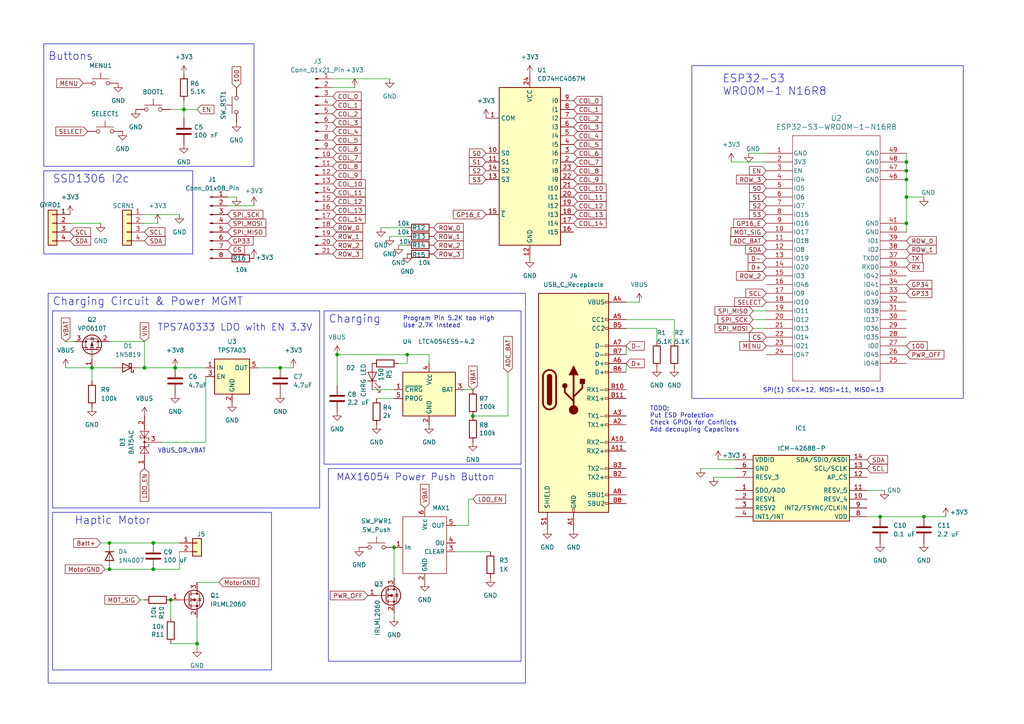
<source format=kicad_sch>
(kicad_sch (version 20250114) (generator "eeschema") (generator_version "9.0")
  (paper "A4")
  (rectangle (start 13.97 85.09) (end 152.4 198.12))
  (rectangle (start 93.98 90.17) (end 151.13 134.62))
  (rectangle (start 200.66 19.05) (end 279.4 115.57))
  (rectangle (start 95.25 135.89) (end 151.13 191.77))
  (rectangle (start 12.7 49.53) (end 55.88 73.66))
  (rectangle (start 15.24 148.59) (end 78.74 194.31))
  (rectangle (start 15.24 90.17) (end 92.71 147.32))
  (rectangle (start 12.7 12.7) (end 73.66 48.26))
  (text "Charging Circuit & Power MGMT" (at 15.24 88.9 0) (effects (font (size 2.27 2.27)) (justify left bottom)))
  (text "Haptic Motor" (at 21.59 152.4 0) (effects (font (size 2.27 2.27)) (justify left bottom)))
  (text "Buttons" (at 13.97 17.78 0) (effects (font (size 2.27 2.27)) (justify left bottom)))
  (text "ESP32-S3\nWROOM-1 N16R8" (at 209.55 27.94 0) (effects (font (size 2.27 2.27)) (justify left bottom)))
  (text "TODO:\nPut ESD Protection\nCheck GPIOs for Conflicts\nAdd decoupling Capacitors" (at 188.468 125.476 0) (effects (font (size 1.27 1.27)) (justify left bottom)))
  (text "TPS7A0333 LDO with EN 3.3V" (at 90.678 96.266 0) (effects (font (size 2 2)) (justify right bottom)))
  (text "SPI(1) SCK=12, MOSI=11, MISO=13" (at 221.234 114.046 0) (effects (font (size 1.27 1.27)) (justify left bottom)))
  (text "SSD1306 I2c" (at 15.24 53.34 0) (effects (font (size 2.27 2.27)) (justify left bottom)))
  (text "Program Pin 5.2K too High\nUse 2.7K Instead\n" (at 116.84 95.25 0) (effects (font (size 1.27 1.27)) (justify left bottom)))
  (text "MAX16054 Power Push Button" (at 143.51 139.7 0) (effects (font (size 2 2)) (justify right bottom)))
  (text "VBUS_OR_VBAT" (at 45.72 131.572 0) (effects (font (size 1.27 1.27)) (justify left bottom)))
  (text "Charging\n" (at 95.25 93.98 0) (effects (font (size 2.27 2.27)) (justify left bottom)))
  (junction (at 262.89 52.07))
  (junction (at 262.89 49.53))
  (junction (at 262.89 57.15))
  (junction (at 97.79 102.87))
  (junction (at 31.75 165.1))
  (junction (at 262.89 64.77))
  (junction (at 50.8 106.68))
  (junction (at 114.3 158.75))
  (junction (at 137.16 120.65))
  (junction (at 118.11 102.87))
  (junction (at 49.53 173.99))
  (junction (at 262.89 46.99))
  (junction (at 53.34 31.75))
  (junction (at 44.45 157.48))
  (junction (at 26.67 106.68))
  (junction (at 44.45 165.1))
  (junction (at 267.97 149.86))
  (junction (at 31.75 157.48))
  (junction (at 255.27 149.86))
  (junction (at 81.28 106.68))
  (junction (at 57.15 186.69))
  (junction (at 41.91 106.68))
  (wire (pts (xy 26.67 106.68) (xy 26.67 110.49)))
  (wire (pts (xy 40.64 106.68) (xy 41.91 106.68)))
  (wire (pts (xy 41.91 106.68) (xy 50.8 106.68)))
  (wire (pts (xy 262.89 64.77) (xy 262.89 67.31)))
  (wire (pts (xy 57.15 186.69) (xy 57.15 179.07)))
  (wire (pts (xy 218.44 90.17) (xy 222.25 90.17)))
  (wire (pts (xy 73.66 59.69) (xy 66.04 59.69)))
  (wire (pts (xy 262.89 57.15) (xy 262.89 64.77)))
  (wire (pts (xy 52.07 165.1) (xy 44.45 165.1)))
  (wire (pts (xy 118.11 105.41) (xy 118.11 102.87)))
  (wire (pts (xy 208.28 133.35) (xy 213.36 133.35)))
  (wire (pts (xy 19.05 106.68) (xy 26.67 106.68)))
  (wire (pts (xy 53.34 31.75) (xy 53.34 34.29)))
  (wire (pts (xy 262.89 44.45) (xy 262.89 46.99)))
  (wire (pts (xy 118.11 102.87) (xy 124.46 102.87)))
  (wire (pts (xy 46.99 128.27) (xy 59.69 128.27)))
  (wire (pts (xy 147.32 107.95) (xy 147.32 120.65)))
  (wire (pts (xy 49.53 186.69) (xy 57.15 186.69)))
  (wire (pts (xy 124.46 102.87) (xy 124.46 105.41)))
  (wire (pts (xy 135.89 152.4) (xy 132.08 152.4)))
  (wire (pts (xy 262.89 46.99) (xy 262.89 49.53)))
  (wire (pts (xy 114.3 158.75) (xy 114.3 167.64)))
  (wire (pts (xy 267.97 149.86) (xy 255.27 149.86)))
  (wire (pts (xy 207.01 138.43) (xy 213.36 138.43)))
  (wire (pts (xy 45.72 64.77) (xy 41.91 64.77)))
  (wire (pts (xy 190.5 95.25) (xy 190.5 99.06)))
  (wire (pts (xy 256.54 142.24) (xy 251.46 142.24)))
  (wire (pts (xy 97.79 111.76) (xy 97.79 102.87)))
  (wire (pts (xy 181.61 105.41) (xy 181.61 107.95)))
  (wire (pts (xy 109.22 115.57) (xy 114.3 115.57)))
  (wire (pts (xy 217.17 44.45) (xy 222.25 44.45)))
  (wire (pts (xy 218.44 95.25) (xy 222.25 95.25)))
  (wire (pts (xy 59.69 128.27) (xy 59.69 109.22)))
  (wire (pts (xy 49.53 179.07) (xy 49.53 173.99)))
  (wire (pts (xy 218.44 92.71) (xy 222.25 92.71)))
  (wire (pts (xy 113.03 22.86) (xy 96.52 22.86)))
  (wire (pts (xy 50.8 106.68) (xy 59.69 106.68)))
  (wire (pts (xy 203.2 135.89) (xy 213.36 135.89)))
  (wire (pts (xy 212.09 46.99) (xy 222.25 46.99)))
  (wire (pts (xy 115.57 71.12) (xy 118.11 71.12)))
  (wire (pts (xy 53.34 29.21) (xy 53.34 31.75)))
  (wire (pts (xy 19.05 99.06) (xy 21.59 99.06)))
  (wire (pts (xy 137.16 120.65) (xy 147.32 120.65)))
  (wire (pts (xy 41.91 99.06) (xy 41.91 106.68)))
  (wire (pts (xy 53.34 31.75) (xy 57.15 31.75)))
  (wire (pts (xy 49.53 31.75) (xy 53.34 31.75)))
  (wire (pts (xy 31.75 99.06) (xy 41.91 99.06)))
  (wire (pts (xy 68.58 57.15) (xy 66.04 57.15)))
  (wire (pts (xy 181.61 100.33) (xy 181.61 102.87)))
  (wire (pts (xy 41.91 173.99) (xy 40.64 173.99)))
  (wire (pts (xy 85.09 106.68) (xy 81.28 106.68)))
  (wire (pts (xy 135.89 144.78) (xy 135.89 152.4)))
  (wire (pts (xy 115.57 105.41) (xy 118.11 105.41)))
  (wire (pts (xy 31.75 157.48) (xy 44.45 157.48)))
  (wire (pts (xy 44.45 165.1) (xy 31.75 165.1)))
  (wire (pts (xy 110.49 66.04) (xy 118.11 66.04)))
  (wire (pts (xy 107.95 113.03) (xy 114.3 113.03)))
  (wire (pts (xy 255.27 149.86) (xy 251.46 149.86)))
  (wire (pts (xy 44.45 157.48) (xy 52.07 157.48)))
  (wire (pts (xy 31.75 165.1) (xy 30.48 165.1)))
  (wire (pts (xy 29.21 157.48) (xy 31.75 157.48)))
  (wire (pts (xy 113.03 68.58) (xy 118.11 68.58)))
  (wire (pts (xy 262.89 49.53) (xy 262.89 52.07)))
  (wire (pts (xy 29.21 64.77) (xy 20.32 64.77)))
  (wire (pts (xy 102.87 25.4) (xy 96.52 25.4)))
  (wire (pts (xy 267.97 57.15) (xy 262.89 57.15)))
  (wire (pts (xy 81.28 106.68) (xy 74.93 106.68)))
  (wire (pts (xy 274.32 149.86) (xy 267.97 149.86)))
  (wire (pts (xy 137.16 144.78) (xy 135.89 144.78)))
  (wire (pts (xy 132.08 160.02) (xy 142.24 160.02)))
  (wire (pts (xy 114.3 177.8) (xy 114.3 179.07)))
  (wire (pts (xy 262.89 52.07) (xy 262.89 57.15)))
  (wire (pts (xy 57.15 187.96) (xy 57.15 186.69)))
  (wire (pts (xy 181.61 95.25) (xy 190.5 95.25)))
  (wire (pts (xy 52.07 62.23) (xy 41.91 62.23)))
  (wire (pts (xy 195.58 92.71) (xy 195.58 99.06)))
  (wire (pts (xy 26.67 106.68) (xy 33.02 106.68)))
  (wire (pts (xy 185.42 87.63) (xy 181.61 87.63)))
  (wire (pts (xy 52.07 160.02) (xy 52.07 165.1)))
  (wire (pts (xy 63.5 168.91) (xy 57.15 168.91)))
  (wire (pts (xy 97.79 102.87) (xy 118.11 102.87)))
  (wire (pts (xy 134.62 113.03) (xy 137.16 113.03)))
  (wire (pts (xy 181.61 92.71) (xy 195.58 92.71)))
  (global_label "ROW_1" (shape input) (at 125.73 68.58 0) (property "Intersheetrefs" "${INTERSHEET_REFS}" (effects (hide yes))))
  (global_label "ROW_0" (shape input) (at 96.52 66.04 0) (property "Intersheetrefs" "${INTERSHEET_REFS}" (effects (hide yes))))
  (global_label "ADC_BAT" (shape input) (at 222.25 69.85 180) (property "Intersheetrefs" "${INTERSHEET_REFS}" (effects (hide yes))))
  (global_label "COL_12" (shape input) (at 166.37 59.69 0) (property "Intersheetrefs" "${INTERSHEET_REFS}" (effects (hide yes))))
  (global_label "ROW_1" (shape input) (at 96.52 68.58 0) (property "Intersheetrefs" "${INTERSHEET_REFS}" (effects (hide yes))))
  (global_label "PWR_OFF" (shape input) (at 106.68 172.72 180) (property "Intersheetrefs" "${INTERSHEET_REFS}" (effects (hide yes))))
  (global_label "Batt+" (shape input) (at 29.21 157.48 180) (property "Intersheetrefs" "${INTERSHEET_REFS}" (effects (hide yes))))
  (global_label "D-" (shape input) (at 222.25 74.93 180) (property "Intersheetrefs" "${INTERSHEET_REFS}" (effects (hide yes))))
  (global_label "COL_10" (shape input) (at 166.37 54.61 0) (property "Intersheetrefs" "${INTERSHEET_REFS}" (effects (hide yes))))
  (global_label "COL_7" (shape input) (at 166.37 46.99 0) (property "Intersheetrefs" "${INTERSHEET_REFS}" (effects (hide yes))))
  (global_label "100" (shape input) (at 68.58 25.4 90) (property "Intersheetrefs" "${INTERSHEET_REFS}" (effects (hide yes))))
  (global_label "COL_4" (shape input) (at 96.52 38.1 0) (property "Intersheetrefs" "${INTERSHEET_REFS}" (effects (hide yes))))
  (global_label "D+" (shape input) (at 181.61 105.41 0) (property "Intersheetrefs" "${INTERSHEET_REFS}" (effects (hide yes))))
  (global_label "MotorGND" (shape input) (at 63.5 168.91 0) (property "Intersheetrefs" "${INTERSHEET_REFS}" (effects (hide yes))))
  (global_label "S0" (shape input) (at 222.25 54.61 180) (property "Intersheetrefs" "${INTERSHEET_REFS}" (effects (hide yes))))
  (global_label "S0" (shape input) (at 140.97 44.45 180) (property "Intersheetrefs" "${INTERSHEET_REFS}" (effects (hide yes))))
  (global_label "COL_5" (shape input) (at 96.52 40.64 0) (property "Intersheetrefs" "${INTERSHEET_REFS}" (effects (hide yes))))
  (global_label "GP34" (shape input) (at 262.89 82.55 0) (property "Intersheetrefs" "${INTERSHEET_REFS}" (effects (hide yes))))
  (global_label "D+" (shape input) (at 222.25 77.47 180) (property "Intersheetrefs" "${INTERSHEET_REFS}" (effects (hide yes))))
  (global_label "D-" (shape input) (at 181.61 100.33 0) (property "Intersheetrefs" "${INTERSHEET_REFS}" (effects (hide yes))))
  (global_label "SPI_MOSI" (shape input) (at 218.44 95.25 180) (property "Intersheetrefs" "${INTERSHEET_REFS}" (effects (hide yes))))
  (global_label "ROW_2" (shape input) (at 125.73 71.12 0) (property "Intersheetrefs" "${INTERSHEET_REFS}" (effects (hide yes))))
  (global_label "ROW_3" (shape input) (at 222.25 52.07 180) (property "Intersheetrefs" "${INTERSHEET_REFS}" (effects (hide yes))))
  (global_label "COL_0" (shape input) (at 96.52 27.94 0) (property "Intersheetrefs" "${INTERSHEET_REFS}" (effects (hide yes))))
  (global_label "TX" (shape input) (at 262.89 74.93 0) (property "Intersheetrefs" "${INTERSHEET_REFS}" (effects (hide yes))))
  (global_label "MOT_SIG" (shape input) (at 222.25 67.31 180) (property "Intersheetrefs" "${INTERSHEET_REFS}" (effects (hide yes))))
  (global_label "SDA" (shape input) (at 41.91 69.85 0) (property "Intersheetrefs" "${INTERSHEET_REFS}" (effects (hide yes))))
  (global_label "COL_2" (shape input) (at 96.52 33.02 0) (property "Intersheetrefs" "${INTERSHEET_REFS}" (effects (hide yes))))
  (global_label "PWR_OFF" (shape input) (at 262.89 102.87 0) (property "Intersheetrefs" "${INTERSHEET_REFS}" (effects (hide yes))))
  (global_label "COL_0" (shape input) (at 166.37 29.21 0) (property "Intersheetrefs" "${INTERSHEET_REFS}" (effects (hide yes))))
  (global_label "SPI_MOSI" (shape input) (at 66.04 64.77 0) (property "Intersheetrefs" "${INTERSHEET_REFS}" (effects (hide yes))))
  (global_label "COL_13" (shape input) (at 96.52 60.96 0) (property "Intersheetrefs" "${INTERSHEET_REFS}" (effects (hide yes))))
  (global_label "SPI_SCK" (shape input) (at 66.04 62.23 0) (property "Intersheetrefs" "${INTERSHEET_REFS}" (effects (hide yes))))
  (global_label "COL_8" (shape input) (at 96.52 48.26 0) (property "Intersheetrefs" "${INTERSHEET_REFS}" (effects (hide yes))))
  (global_label "RX" (shape input) (at 262.89 77.47 0) (property "Intersheetrefs" "${INTERSHEET_REFS}" (effects (hide yes))))
  (global_label "COL_11" (shape input) (at 96.52 55.88 0) (property "Intersheetrefs" "${INTERSHEET_REFS}" (effects (hide yes))))
  (global_label "COL_6" (shape input) (at 166.37 44.45 0) (property "Intersheetrefs" "${INTERSHEET_REFS}" (effects (hide yes))))
  (global_label "SELECT" (shape input) (at 222.25 87.63 180) (property "Intersheetrefs" "${INTERSHEET_REFS}" (effects (hide yes))))
  (global_label "COL_9" (shape input) (at 96.52 50.8 0) (property "Intersheetrefs" "${INTERSHEET_REFS}" (effects (hide yes))))
  (global_label "COL_5" (shape input) (at 166.37 41.91 0) (property "Intersheetrefs" "${INTERSHEET_REFS}" (effects (hide yes))))
  (global_label "COL_10" (shape input) (at 96.52 53.34 0) (property "Intersheetrefs" "${INTERSHEET_REFS}" (effects (hide yes))))
  (global_label "SCL" (shape input) (at 251.46 135.89 0) (property "Intersheetrefs" "${INTERSHEET_REFS}" (effects (hide yes))))
  (global_label "ROW_2" (shape input) (at 222.25 80.01 180) (property "Intersheetrefs" "${INTERSHEET_REFS}" (effects (hide yes))))
  (global_label "VIN" (shape input) (at 41.91 99.06 90) (property "Intersheetrefs" "${INTERSHEET_REFS}" (effects (hide yes))))
  (global_label "SCL" (shape input) (at 222.25 85.09 180) (property "Intersheetrefs" "${INTERSHEET_REFS}" (effects (hide yes))))
  (global_label "MotorGND" (shape input) (at 30.48 165.1 180) (property "Intersheetrefs" "${INTERSHEET_REFS}" (effects (hide yes))))
  (global_label "SPI_MISO" (shape input) (at 218.44 90.17 180) (property "Intersheetrefs" "${INTERSHEET_REFS}" (effects (hide yes))))
  (global_label "VBAT" (shape input) (at 123.19 147.32 90) (property "Intersheetrefs" "${INTERSHEET_REFS}" (effects (hide yes))))
  (global_label "COL_2" (shape input) (at 166.37 34.29 0) (property "Intersheetrefs" "${INTERSHEET_REFS}" (effects (hide yes))))
  (global_label "ROW_3" (shape input) (at 96.52 73.66 0) (property "Intersheetrefs" "${INTERSHEET_REFS}" (effects (hide yes))))
  (global_label "MENU" (shape input) (at 222.25 100.33 180) (property "Intersheetrefs" "${INTERSHEET_REFS}" (effects (hide yes))))
  (global_label "S1" (shape input) (at 222.25 57.15 180) (property "Intersheetrefs" "${INTERSHEET_REFS}" (effects (hide yes))))
  (global_label "100" (shape input) (at 262.89 100.33 0) (property "Intersheetrefs" "${INTERSHEET_REFS}" (effects (hide yes))))
  (global_label "COL_1" (shape input) (at 96.52 30.48 0) (property "Intersheetrefs" "${INTERSHEET_REFS}" (effects (hide yes))))
  (global_label "SDA" (shape input) (at 251.46 133.35 0) (property "Intersheetrefs" "${INTERSHEET_REFS}" (effects (hide yes))))
  (global_label "CS" (shape input) (at 222.25 97.79 180) (property "Intersheetrefs" "${INTERSHEET_REFS}" (effects (hide yes))))
  (global_label "GP16_E" (shape input) (at 222.25 64.77 180) (property "Intersheetrefs" "${INTERSHEET_REFS}" (effects (hide yes))))
  (global_label "EN" (shape input) (at 222.25 49.53 180) (property "Intersheetrefs" "${INTERSHEET_REFS}" (effects (hide yes))))
  (global_label "ROW_1" (shape input) (at 262.89 72.39 0) (property "Intersheetrefs" "${INTERSHEET_REFS}" (effects (hide yes))))
  (global_label "S3" (shape input) (at 222.25 62.23 180) (property "Intersheetrefs" "${INTERSHEET_REFS}" (effects (hide yes))))
  (global_label "COL_7" (shape input) (at 96.52 45.72 0) (property "Intersheetrefs" "${INTERSHEET_REFS}" (effects (hide yes))))
  (global_label "MENU" (shape input) (at 24.13 24.13 180) (property "Intersheetrefs" "${INTERSHEET_REFS}" (effects (hide yes))))
  (global_label "COL_1" (shape input) (at 166.37 31.75 0) (property "Intersheetrefs" "${INTERSHEET_REFS}" (effects (hide yes))))
  (global_label "SPI_SCK" (shape input) (at 218.44 92.71 180) (property "Intersheetrefs" "${INTERSHEET_REFS}" (effects (hide yes))))
  (global_label "SELECT" (shape input) (at 25.4 38.1 180) (property "Intersheetrefs" "${INTERSHEET_REFS}" (effects (hide yes))))
  (global_label "COL_12" (shape input) (at 96.52 58.42 0) (property "Intersheetrefs" "${INTERSHEET_REFS}" (effects (hide yes))))
  (global_label "COL_9" (shape input) (at 166.37 52.07 0) (property "Intersheetrefs" "${INTERSHEET_REFS}" (effects (hide yes))))
  (global_label "GP16_E" (shape input) (at 140.97 62.23 180) (property "Intersheetrefs" "${INTERSHEET_REFS}" (effects (hide yes))))
  (global_label "COL_14" (shape input) (at 96.52 63.5 0) (property "Intersheetrefs" "${INTERSHEET_REFS}" (effects (hide yes))))
  (global_label "COL_3" (shape input) (at 166.37 36.83 0) (property "Intersheetrefs" "${INTERSHEET_REFS}" (effects (hide yes))))
  (global_label "ADC_BAT" (shape input) (at 147.32 107.95 90) (property "Intersheetrefs" "${INTERSHEET_REFS}" (effects (hide yes))))
  (global_label "GP33" (shape input) (at 66.04 69.85 0) (property "Intersheetrefs" "${INTERSHEET_REFS}" (effects (hide yes))))
  (global_label "COL_11" (shape input) (at 166.37 57.15 0) (property "Intersheetrefs" "${INTERSHEET_REFS}" (effects (hide yes))))
  (global_label "SPI_MISO" (shape input) (at 66.04 67.31 0) (property "Intersheetrefs" "${INTERSHEET_REFS}" (effects (hide yes))))
  (global_label "ROW_3" (shape input) (at 125.73 73.66 0) (property "Intersheetrefs" "${INTERSHEET_REFS}" (effects (hide yes))))
  (global_label "LDO_EN" (shape input) (at 41.91 135.89 270) (property "Intersheetrefs" "${INTERSHEET_REFS}" (effects (hide yes))))
  (global_label "ROW_0" (shape input) (at 125.73 66.04 0) (property "Intersheetrefs" "${INTERSHEET_REFS}" (effects (hide yes))))
  (global_label "COL_4" (shape input) (at 166.37 39.37 0) (property "Intersheetrefs" "${INTERSHEET_REFS}" (effects (hide yes))))
  (global_label "VBAT" (shape input) (at 19.05 99.06 90) (property "Intersheetrefs" "${INTERSHEET_REFS}" (effects (hide yes))))
  (global_label "LDO_EN" (shape input) (at 137.16 144.78 0) (property "Intersheetrefs" "${INTERSHEET_REFS}" (effects (hide yes))))
  (global_label "SCL" (shape input) (at 41.91 67.31 0) (property "Intersheetrefs" "${INTERSHEET_REFS}" (effects (hide yes))))
  (global_label "SCL" (shape input) (at 20.32 67.31 0) (property "Intersheetrefs" "${INTERSHEET_REFS}" (effects (hide yes))))
  (global_label "EN" (shape input) (at 57.15 31.75 0) (property "Intersheetrefs" "${INTERSHEET_REFS}" (effects (hide yes))))
  (global_label "S1" (shape input) (at 140.97 46.99 180) (property "Intersheetrefs" "${INTERSHEET_REFS}" (effects (hide yes))))
  (global_label "SDA" (shape input) (at 222.25 72.39 180) (property "Intersheetrefs" "${INTERSHEET_REFS}" (effects (hide yes))))
  (global_label "CS" (shape input) (at 66.04 72.39 0) (property "Intersheetrefs" "${INTERSHEET_REFS}" (effects (hide yes))))
  (global_label "COL_6" (shape input) (at 96.52 43.18 0) (property "Intersheetrefs" "${INTERSHEET_REFS}" (effects (hide yes))))
  (global_label "GP33" (shape input) (at 262.89 85.09 0) (property "Intersheetrefs" "${INTERSHEET_REFS}" (effects (hide yes))))
  (global_label "S3" (shape input) (at 140.97 52.07 180) (property "Intersheetrefs" "${INTERSHEET_REFS}" (effects (hide yes))))
  (global_label "COL_13" (shape input) (at 166.37 62.23 0) (property "Intersheetrefs" "${INTERSHEET_REFS}" (effects (hide yes))))
  (global_label "S2" (shape input) (at 140.97 49.53 180) (property "Intersheetrefs" "${INTERSHEET_REFS}" (effects (hide yes))))
  (global_label "COL_14" (shape input) (at 166.37 64.77 0) (property "Intersheetrefs" "${INTERSHEET_REFS}" (effects (hide yes))))
  (global_label "MOT_SIG" (shape input) (at 40.64 173.99 180) (property "Intersheetrefs" "${INTERSHEET_REFS}" (effects (hide yes))))
  (global_label "ROW_2" (shape input) (at 96.52 71.12 0) (property "Intersheetrefs" "${INTERSHEET_REFS}" (effects (hide yes))))
  (global_label "VBAT" (shape input) (at 137.16 113.03 90) (property "Intersheetrefs" "${INTERSHEET_REFS}" (effects (hide yes))))
  (global_label "S2" (shape input) (at 222.25 59.69 180) (property "Intersheetrefs" "${INTERSHEET_REFS}" (effects (hide yes))))
  (global_label "COL_8" (shape input) (at 166.37 49.53 0) (property "Intersheetrefs" "${INTERSHEET_REFS}" (effects (hide yes))))
  (global_label "COL_3" (shape input) (at 96.52 35.56 0) (property "Intersheetrefs" "${INTERSHEET_REFS}" (effects (hide yes))))
  (global_label "SDA" (shape input) (at 20.32 69.85 0) (property "Intersheetrefs" "${INTERSHEET_REFS}" (effects (hide yes))))
  (global_label "ROW_0" (shape input) (at 262.89 69.85 0) (property "Intersheetrefs" "${INTERSHEET_REFS}" (effects (hide yes))))
  (symbol (lib_id "Switch:SW_Push") (at 68.58 30.48 90) (unit 1)
    (property "Reference" "SW_RST1" (at 64.77 30.48 0))
    (property "Value" "SW_Push" (effects (hide yes)))
    (property "Footprint" "OpenMuscleDevKit:EVQP2P02M" (effects (hide yes)))
  )
  (symbol (lib_id "Switch:SW_Push") (at 44.45 31.75 0) (unit 1)
    (property "Reference" "BOOT1" (at 44.45 26.67 0))
    (property "Value" "SW_Push" (effects (hide yes)))
    (property "Footprint" "OpenMuscleDevKit:EVQP2P02M" (effects (hide yes)))
  )
  (symbol (lib_id "power:GND") (at 97.79 119.38 0) (unit 1)
    (property "Reference" "#PWR034" (effects (hide yes)))
    (property "Value" "GND" (at 97.79 124.46 0))
  )
  (symbol (lib_id "Device:R") (at 121.92 66.04 90) (unit 1)
    (property "Reference" "R12" (at 123.444 66.04 90) (effects (justify left)))
    (property "Value" "10k" (at 118.872 64.77 90) (effects (justify left)))
    (property "Footprint" "Resistor_SMD:R_0603_1608Metric" (effects (hide yes)))
    (property "JLCPN" "C25905" (effects (hide yes)))
  )
  (symbol (lib_id "Device:C") (at 255.27 153.67 0) (unit 1)
    (property "Reference" "C10" (at 259.08 152.3999 0) (effects (justify left)))
    (property "Value" "0.1 uF" (at 259.08 154.9399 0) (effects (justify left)))
    (property "Footprint" "Capacitor_SMD:C_0603_1608Metric" (effects (hide yes)))
  )
  (symbol (lib_id "power:+3V3") (at 20.32 62.23 0) (unit 1)
    (property "Reference" "#PWR025" (effects (hide yes)))
    (property "Value" "+3V3" (at 20.32 57.15 0))
  )
  (symbol (lib_id "Connector:Conn_01x08_Pin") (at 60.96 64.77 0) (unit 1)
    (property "Reference" "J1" (at 61.595 52.07 0))
    (property "Value" "Conn_01x08_Pin" (at 61.595 54.61 0))
    (property "Footprint" "Connector_PinHeader_2.54mm:PinHeader_1x08_P2.54mm_Vertical" (effects (hide yes)))
    (property "Description" "Generic connector, single row, 01x08, script generated" (effects (hide yes)))
  )
  (symbol (lib_id "Device:R") (at 121.92 68.58 90) (unit 1)
    (property "Reference" "R13" (at 123.444 68.58 90) (effects (justify left)))
    (property "Value" "10k" (at 118.872 67.31 90) (effects (justify left)))
    (property "Footprint" "Resistor_SMD:R_0603_1608Metric" (effects (hide yes)))
    (property "JLCPN" "C25905" (effects (hide yes)))
  )
  (symbol (lib_id "ChargingStuffsLib:MAX16054") (at 123.19 152.4 0) (unit 1)
    (property "Reference" "MAX1" (at 125.3841 147.32 0) (effects (justify left)))
    (property "Value" "~" (at 123.19 152.4 0))
    (property "Footprint" "Package_TO_SOT_SMD:SOT-23-6" (effects (hide yes)))
  )
  (symbol (lib_id "Device:R") (at 137.16 116.84 0) (unit 1)
    (property "Reference" "R7" (at 138.938 115.6716 0) (effects (justify left)))
    (property "Value" "100k" (at 138.938 117.983 0) (effects (justify left)))
    (property "Footprint" "Resistor_SMD:R_0603_1608Metric" (effects (hide yes)))
    (property "JLCPN" "C25905" (effects (hide yes)))
  )
  (symbol (lib_id "power:+3V8") (at 50.8 106.68 0) (unit 1)
    (property "Reference" "#PWR023" (effects (hide yes)))
    (property "Value" "+3V8" (at 50.8 101.6 0))
  )
  (symbol (lib_id "power:GND") (at 158.75 153.67 0) (unit 1)
    (property "Reference" "#PWR019" (effects (hide yes)))
    (property "Value" "GND" (at 158.75 158.75 0))
  )
  (symbol (lib_id "power:+3V3") (at 73.66 59.69 0) (unit 1)
    (property "Reference" "#PWR067" (effects (hide yes)))
    (property "Value" "+3V3" (at 73.66 55.372 0))
  )
  (symbol (lib_id "Device:R") (at 121.92 73.66 90) (unit 1)
    (property "Reference" "R15" (at 123.444 73.914 90) (effects (justify left)))
    (property "Value" "10k" (at 124.968 76.2 90) (effects (justify left)))
    (property "Footprint" "Resistor_SMD:R_0603_1608Metric" (effects (hide yes)))
    (property "JLCPN" "C25905" (effects (hide yes)))
  )
  (symbol (lib_id "Device:C") (at 81.28 110.49 0) (unit 1)
    (property "Reference" "C7" (at 85.09 109.22 0) (effects (justify left)))
    (property "Value" "4.7uF" (at 85.09 111.76 0) (effects (justify left)))
    (property "Footprint" "Capacitor_SMD:C_0805_2012Metric" (effects (hide yes)))
  )
  (symbol (lib_id "Device:R") (at 137.16 124.46 0) (unit 1)
    (property "Reference" "R8" (at 138.938 123.2916 0) (effects (justify left)))
    (property "Value" "100k" (at 138.938 125.603 0) (effects (justify left)))
    (property "Footprint" "Resistor_SMD:R_0603_1608Metric" (effects (hide yes)))
    (property "JLCPN" "C25905" (effects (hide yes)))
  )
  (symbol (lib_id "power:GND") (at 57.15 187.96 0) (unit 1)
    (property "Reference" "#PWR057" (effects (hide yes)))
    (property "Value" "GND" (at 57.15 193.04 0))
  )
  (symbol (lib_id "power:GND") (at 104.14 158.75 0) (unit 1)
    (property "Reference" "#PWR022" (effects (hide yes)))
    (property "Value" "GND" (at 104.14 163.83 0))
  )
  (symbol (lib_id "power:GND") (at 195.58 106.68 0) (unit 1)
    (property "Reference" "#PWR047" (effects (hide yes)))
    (property "Value" "GND" (at 195.58 111.76 0))
  )
  (symbol (lib_id "Device:R") (at 190.5 102.87 0) (unit 1)
    (property "Reference" "R1" (at 190.5 96.52 0) (effects (justify left)))
    (property "Value" "5.1K" (at 190.5 99.06 0) (effects (justify left)))
    (property "Footprint" "Resistor_SMD:R_0603_1608Metric" (effects (hide yes)))
    (property "JLCPN" "C25905" (effects (hide yes)))
  )
  (symbol (lib_id "power:VBUS") (at 41.91 120.65 0) (unit 1)
    (property "Reference" "#PWR056" (effects (hide yes)))
    (property "Value" "VBUS" (at 41.91 115.57 0))
  )
  (symbol (lib_id "Regulator_Linear:TPS7A0508PDBV") (at 67.31 109.22 0) (unit 1)
    (property "Reference" "U3" (at 67.31 99.06 0))
    (property "Value" "TPS7A03" (at 67.31 101.6 0))
    (property "Footprint" "Package_TO_SOT_SMD:SOT-23-5" (effects (hide yes)))
    (property "Datasheet" "https://www.ti.com/lit/ds/symlink/tps7a05.pdf" (effects (hide yes)))
  )
  (symbol (lib_id "Diode:1N4007") (at 31.75 161.29 270) (unit 1)
    (property "Reference" "D4" (at 34.29 160.02 90) (effects (justify left)))
    (property "Value" "1N4007" (at 34.29 162.56 90) (effects (justify left)))
    (property "Footprint" "Diode_SMD:D_SOD-123" (effects (hide yes)))
    (property "Datasheet" "http://www.vishay.com/docs/88503/1n4001.pdf" (effects (hide yes)))
    (property "Sim.Device" "D" (effects (hide yes)))
    (property "Sim.Pins" "1=K 2=A" (effects (hide yes)))
  )
  (symbol (lib_id "power:GND") (at 50.8 114.3 0) (unit 1)
    (property "Reference" "#PWR024" (effects (hide yes)))
    (property "Value" "GND" (at 50.8 119.38 0))
  )
  (symbol (lib_id "Device:C") (at 50.8 110.49 0) (unit 1)
    (property "Reference" "C6" (at 54.61 109.22 0) (effects (justify left)))
    (property "Value" "4.7uF" (at 54.61 111.76 0) (effects (justify left)))
    (property "Footprint" "Capacitor_SMD:C_0805_2012Metric" (effects (hide yes)))
  )
  (symbol (lib_id "Device:R") (at 45.72 173.99 270) (unit 1)
    (property "Reference" "R10" (at 46.8884 175.768 0) (effects (justify left)))
    (property "Value" "10k" (at 44.577 175.768 0) (effects (justify left)))
    (property "Footprint" "Resistor_SMD:R_0603_1608Metric" (effects (hide yes)))
    (property "JLCPN" "C25744" (effects (hide yes)))
  )
  (symbol (lib_id "power:+3V3") (at 53.34 21.59 0) (unit 1)
    (property "Reference" "#PWR050" (effects (hide yes)))
    (property "Value" "+3V3" (at 53.34 16.51 0))
  )
  (symbol (lib_id "power:GND") (at 34.29 24.13 0) (unit 1)
    (property "Reference" "#PWR036" (effects (hide yes)))
    (property "Value" "GND" (at 34.29 29.21 0))
  )
  (symbol (lib_id "power:+3V3") (at 140.97 34.29 0) (unit 1)
    (property "Reference" "#PWR069" (effects (hide yes)))
    (property "Value" "+3V3" (at 140.97 29.21 0))
  )
  (symbol (lib_id "power:GND") (at 255.27 157.48 0) (unit 1)
    (property "Reference" "#PWR061" (effects (hide yes)))
    (property "Value" "GND" (at 255.27 162.56 0))
  )
  (symbol (lib_id "power:GND") (at 113.03 68.58 0) (unit 1)
    (property "Reference" "#PWR08" (effects (hide yes)))
    (property "Value" "GND" (at 113.03 73.66 0))
    (property "Description" "Power symbol creates a global label with name \"GND\" , ground" (effects (hide yes)))
  )
  (symbol (lib_id "power:GND") (at 109.22 123.19 0) (unit 1)
    (property "Reference" "#PWR035" (effects (hide yes)))
    (property "Value" "GND" (at 109.22 128.27 0))
  )
  (symbol (lib_id "power:+3V3") (at 212.09 46.99 0) (unit 1)
    (property "Reference" "#PWR054" (effects (hide yes)))
    (property "Value" "+3V3" (at 212.09 41.91 0))
  )
  (symbol (lib_id "Transistor_FET:VP0610T") (at 26.67 101.6 90) (unit 1)
    (property "Reference" "Q2" (at 26.67 92.71 90))
    (property "Value" "VP0610T" (at 26.67 95.25 90))
    (property "Footprint" "Package_TO_SOT_SMD:SOT-23" (effects (hide yes)))
    (property "Datasheet" "http://www.vishay.com/docs/70209/70209.pdf" (effects (hide yes)))
  )
  (symbol (lib_id "ICM-42688-P:ICM-42688-P") (at 213.36 139.7 0) (unit 1)
    (property "Reference" "IC1" (at 230.632 124.206 0) (effects (justify left)))
    (property "Value" "ICM-42688-P" (at 239.522 130.048 0) (effects (justify right)))
    (property "Footprint" "IIM42352" (effects (hide yes)))
    (property "Datasheet" "https://3cfeqx1hf82y3xcoull08ihx-wpengine.netdna-ssl.com/wp-content/uploads/2021/06/DS-000347-ICM-42688-P-v1.5.pdf" (effects (hide yes)))
    (property "Description" "IMU 6-Axis" (effects (hide yes)))
    (property "Mouser Part Number" "410-ICM-42688-P" (effects (hide yes)))
    (property "Mouser Price/Stock" "https://www.mouser.co.uk/ProductDetail/TDK-InvenSense/ICM-42688-P?qs=OlC7AqGiEDk8QrNAV728zw%3D%3D" (effects (hide yes)))
    (property "Manufacturer_Name" "TDK" (effects (hide yes)))
    (property "Manufacturer_Part_Number" "ICM-42688-P" (effects (hide yes)))
  )
  (symbol (lib_id "Battery_Management:LTC4054ES5-4.2") (at 124.46 113.03 0) (unit 1)
    (property "Reference" "U4" (at 118.11 99.06 0))
    (property "Value" "LTC4054ES5-4.2" (at 129.54 99.06 0))
    (property "Footprint" "Package_TO_SOT_SMD:TSOT-23-5" (effects (hide yes)))
    (property "Datasheet" "https://www.analog.com/media/en/technical-documentation/data-sheets/405442xf.pdf" (effects (hide yes)))
  )
  (symbol (lib_id "power:+3V3") (at 45.72 64.77 0) (unit 1)
    (property "Reference" "#PWR043" (effects (hide yes)))
    (property "Value" "+3V3" (at 45.72 59.69 0))
  )
  (symbol (lib_id "Transistor_FET:IRLML2060") (at 111.76 172.72 0) (unit 1)
    (property "Reference" "Q3" (at 108.458 169.418 0) (effects (justify left)))
    (property "Value" "IRLML2060" (at 109.474 184.404 90) (effects (justify left)))
    (property "Footprint" "Package_TO_SOT_SMD:SOT-23" (effects (hide yes)))
    (property "Datasheet" "https://www.infineon.com/dgdl/irlml2060pbf.pdf?fileId=5546d462533600a401535664b7fb25ee" (effects (hide yes)))
  )
  (symbol (lib_id "power:GND") (at 203.2 135.89 0) (unit 1)
    (property "Reference" "#PWR059" (effects (hide yes)))
    (property "Value" "GND" (effects (hide yes)))
  )
  (symbol (lib_id "power:GND") (at 52.07 62.23 0) (unit 1)
    (property "Reference" "#PWR044" (effects (hide yes)))
    (property "Value" "GND" (at 52.07 67.31 0))
  )
  (symbol (lib_id "Device:C") (at 267.97 153.67 0) (unit 1)
    (property "Reference" "C11" (at 271.78 152.3999 0) (effects (justify left)))
    (property "Value" "2.2 uF" (at 271.78 154.9399 0) (effects (justify left)))
    (property "Footprint" "Capacitor_SMD:C_0603_1608Metric" (effects (hide yes)))
  )
  (symbol (lib_id "power:GND") (at 53.34 41.91 0) (unit 1)
    (property "Reference" "#PWR048" (effects (hide yes)))
    (property "Value" "GND" (at 53.34 46.99 0))
  )
  (symbol (lib_id "Connector:USB_C_Receptacle") (at 166.37 113.03 0) (unit 1)
    (property "Reference" "J4" (at 166.37 80.01 0))
    (property "Value" "USB_C_Receptacle" (at 166.37 82.55 0))
    (property "Footprint" "Connector_USB:USB_C_Receptacle_HRO_TYPE-C-31-M-12" (effects (hide yes)))
    (property "Datasheet" "https://www.usb.org/sites/default/files/documents/usb_type-c.zip" (effects (hide yes)))
  )
  (symbol (lib_id "power:GND") (at 29.21 64.77 0) (unit 1)
    (property "Reference" "#PWR026" (effects (hide yes)))
    (property "Value" "GND" (at 29.21 69.85 0))
  )
  (symbol (lib_id "Switch:SW_Push") (at 30.48 38.1 0) (unit 1)
    (property "Reference" "SELECT1" (at 30.48 33.02 0))
    (property "Value" "SW_Push" (effects (hide yes)))
    (property "Footprint" "OpenMuscleDevKit:EVQP2P02M" (effects (hide yes)))
  )
  (symbol (lib_id "power:GND") (at 267.97 157.48 0) (unit 1)
    (property "Reference" "#PWR062" (effects (hide yes)))
    (property "Value" "GND" (at 267.97 162.56 0))
  )
  (symbol (lib_id "power:+3V3") (at 274.32 149.86 0) (unit 1)
    (property "Reference" "#PWR060" (effects (hide yes)))
    (property "Value" "+3V3" (at 278.13 148.59 0))
  )
  (symbol (lib_id "power:+3V3") (at 153.67 21.59 0) (unit 1)
    (property "Reference" "#PWR068" (effects (hide yes)))
    (property "Value" "+3V3" (at 153.67 16.51 0))
  )
  (symbol (lib_id "power:GND") (at 113.03 22.86 0) (unit 1)
    (property "Reference" "#PWR04" (effects (hide yes)))
    (property "Value" "GND" (at 113.03 27.94 0))
    (property "Description" "Power symbol creates a global label with name \"GND\" , ground" (effects (hide yes)))
  )
  (symbol (lib_id "Device:R") (at 142.24 163.83 0) (unit 1)
    (property "Reference" "R3" (at 144.78 162.56 0) (effects (justify left)))
    (property "Value" "1K" (at 144.78 165.1 0) (effects (justify left)))
    (property "Footprint" "Resistor_SMD:R_0603_1608Metric" (effects (hide yes)))
  )
  (symbol (lib_id "Connector_Generic:Conn_01x02") (at 57.15 157.48 0) (unit 1)
    (property "Reference" "J5" (at 57.15 154.94 0) (effects (justify left)))
    (property "Value" "Conn_01x02" (effects (hide yes)))
    (property "Footprint" "Connector_PinHeader_2.00mm:PinHeader_1x02_P2.00mm_Vertical" (effects (hide yes)))
  )
  (symbol (lib_id "power:GND") (at 39.37 31.75 0) (unit 1)
    (property "Reference" "#PWR049" (effects (hide yes)))
    (property "Value" "GND" (at 39.37 36.83 0))
  )
  (symbol (lib_id "power:GND") (at 114.3 179.07 0) (unit 1)
    (property "Reference" "#PWR058" (effects (hide yes)))
    (property "Value" "GND" (at 114.3 184.15 0))
  )
  (symbol (lib_id "power:VBUS") (at 97.79 102.87 0) (unit 1)
    (property "Reference" "#PWR033" (effects (hide yes)))
    (property "Value" "VBUS" (at 97.79 97.79 0))
  )
  (symbol (lib_id "power:GND") (at 68.58 57.15 0) (unit 1)
    (property "Reference" "#PWR066" (effects (hide yes)))
    (property "Value" "GND" (effects (hide yes)))
  )
  (symbol (lib_id "Device:R") (at 109.22 119.38 0) (unit 1)
    (property "Reference" "R4" (at 110.998 118.2116 0) (effects (justify left)))
    (property "Value" "2k" (at 110.998 120.523 0) (effects (justify left)))
    (property "Footprint" "Resistor_SMD:R_0603_1608Metric" (effects (hide yes)))
    (property "JLCPN" "C25905" (effects (hide yes)))
  )
  (symbol (lib_id "Diode:BAT54C") (at 41.91 128.27 90) (unit 1)
    (property "Reference" "D3" (at 35.56 128.27 0))
    (property "Value" "BAT54C" (at 38.1 128.27 0))
    (property "Footprint" "Package_TO_SOT_SMD:SOT-23" (effects (hide yes)))
    (property "Datasheet" "http://www.diodes.com/_files/datasheets/ds11005.pdf" (effects (hide yes)))
    (property "Description" "dual schottky barrier diode, common cathode" (effects (hide yes)))
  )
  (symbol (lib_id "power:GND") (at 142.24 167.64 0) (unit 1)
    (property "Reference" "#PWR031" (effects (hide yes)))
    (property "Value" "GND" (at 142.24 172.72 0))
  )
  (symbol (lib_id "power:GND") (at 26.67 118.11 0) (unit 1)
    (property "Reference" "#PWR052" (effects (hide yes)))
    (property "Value" "GND" (at 26.67 123.19 0))
  )
  (symbol (lib_id "Connector:Conn_01x21_Pin") (at 91.44 48.26 0) (unit 1)
    (property "Reference" "J3" (at 92.075 17.78 0))
    (property "Value" "Conn_01x21_Pin" (at 92.075 20.32 0))
    (property "Footprint" "Connector_PinSocket_2.54mm:PinSocket_1x21_P2.54mm_Vertical" (effects (hide yes)))
    (property "Description" "Generic connector, single row, 01x21, script generated" (effects (hide yes)))
  )
  (symbol (lib_id "Device:R") (at 53.34 25.4 0) (unit 1)
    (property "Reference" "R6" (at 55.118 24.2316 0) (effects (justify left)))
    (property "Value" "5.1K" (at 55.118 26.543 0) (effects (justify left)))
    (property "Footprint" "Resistor_SMD:R_0603_1608Metric" (effects (hide yes)))
    (property "JLCPN" "C25905" (effects (hide yes)))
  )
  (symbol (lib_id "power:GND") (at 190.5 106.68 0) (unit 1)
    (property "Reference" "#PWR046" (effects (hide yes)))
    (property "Value" "GND" (at 190.5 111.76 0))
  )
  (symbol (lib_id "power:GND") (at 115.57 71.12 0) (unit 1)
    (property "Reference" "#PWR07" (effects (hide yes)))
    (property "Value" "GND" (at 115.57 76.2 0))
    (property "Description" "Power symbol creates a global label with name \"GND\" , ground" (effects (hide yes)))
  )
  (symbol (lib_id "Device:R") (at 26.67 114.3 0) (unit 1)
    (property "Reference" "R9" (at 29.21 113.03 0) (effects (justify left)))
    (property "Value" "100k" (at 29.21 115.57 0) (effects (justify left)))
    (property "Footprint" "Resistor_SMD:R_0603_1608Metric" (effects (hide yes)))
  )
  (symbol (lib_id "power:GND") (at 137.16 128.27 0) (unit 1)
    (property "Reference" "#PWR051" (effects (hide yes)))
    (property "Value" "GND" (at 137.16 133.35 0))
  )
  (symbol (lib_id "Device:C") (at 53.34 38.1 180) (unit 1)
    (property "Reference" "C5" (at 56.261 36.9316 0) (effects (justify right)))
    (property "Value" "100 nF" (at 56.261 39.243 0) (effects (justify right)))
    (property "Footprint" "Capacitor_SMD:C_0402_1005Metric" (effects (hide yes)))
    (property "JLCPN" "C1525" (effects (hide yes)))
  )
  (symbol (lib_id "Switch:SW_Push") (at 109.22 158.75 0) (unit 1)
    (property "Reference" "SW_PWR1" (at 109.22 151.13 0))
    (property "Value" "SW_Push" (at 109.22 153.67 0))
    (property "Footprint" "OpenMuscleDevKit:EVQP2P02M" (effects (hide yes)))
  )
  (symbol (lib_id "Device:R") (at 121.92 71.12 90) (unit 1)
    (property "Reference" "R14" (at 123.444 71.12 90) (effects (justify left)))
    (property "Value" "10k" (at 119.38 70.104 90) (effects (justify left)))
    (property "Footprint" "Resistor_SMD:R_0603_1608Metric" (effects (hide yes)))
    (property "JLCPN" "C25905" (effects (hide yes)))
  )
  (symbol (lib_id "Device:R") (at 49.53 182.88 180) (unit 1)
    (property "Reference" "R11" (at 47.752 184.0484 0) (effects (justify left)))
    (property "Value" "10k" (at 47.752 181.737 0) (effects (justify left)))
    (property "Footprint" "Resistor_SMD:R_0603_1608Metric" (effects (hide yes)))
    (property "JLCPN" "C25744" (effects (hide yes)))
  )
  (symbol (lib_id "power:VBUS") (at 185.42 87.63 0) (unit 1)
    (property "Reference" "#PWR017" (effects (hide yes)))
    (property "Value" "VBUS" (at 185.42 82.55 0))
  )
  (symbol (lib_id "Connector_Generic:Conn_01x04") (at 36.83 64.77 0) (mirror y) (unit 1)
    (property "Reference" "SCRN1" (at 39.116 59.69 0) (effects (justify left)))
    (property "Value" "Conn_01x04" (effects (hide yes)))
    (property "Footprint" "Connector_PinHeader_2.54mm:PinHeader_1x04_P2.54mm_Vertical" (effects (hide yes)))
  )
  (symbol (lib_id "Diode:1N5819") (at 36.83 106.68 180) (unit 1)
    (property "Reference" "D1" (at 37.1475 100.33 0))
    (property "Value" "1N5819" (at 37.1475 102.87 0))
    (property "Footprint" "Diode_SMD:D_SOD-123F" (effects (hide yes)))
    (property "Datasheet" "http://www.vishay.com/docs/88525/1n5817.pdf" (effects (hide yes)))
  )
  (symbol (lib_id "Device:C") (at 97.79 115.57 180) (unit 1)
    (property "Reference" "C8" (at 100.711 114.4016 0) (effects (justify right)))
    (property "Value" "2.2 uF" (at 100.711 116.713 0) (effects (justify right)))
    (property "Footprint" "Capacitor_SMD:C_0603_1608Metric" (effects (hide yes)))
    (property "JLCPN" "C12530" (effects (hide yes)))
  )
  (symbol (lib_id "power:GND") (at 68.58 35.56 0) (unit 1)
    (property "Reference" "#PWR038" (effects (hide yes)))
    (property "Value" "GND" (at 68.58 40.64 0))
  )
  (symbol (lib_id "power:GND") (at 123.19 168.91 0) (unit 1)
    (property "Reference" "#PWR029" (effects (hide yes)))
    (property "Value" "GND" (at 123.19 173.99 0))
  )
  (symbol (lib_id "power:GND") (at 256.54 142.24 0) (unit 1)
    (property "Reference" "#PWR064" (effects (hide yes)))
    (property "Value" "GND" (at 259.334 142.24 0))
  )
  (symbol (lib_id "power:+3V3") (at 208.28 133.35 0) (unit 1)
    (property "Reference" "#PWR063" (effects (hide yes)))
    (property "Value" "+3V3" (at 212.09 132.08 0))
  )
  (symbol (lib_id "2025-04-05_16-16-06:ESP32-S3-WROOM-1-N16R8") (at 222.25 44.45 0) (unit 1)
    (property "Reference" "U2" (at 242.57 34.29 0) (effects (font (size 1.524 1.524))))
    (property "Value" "ESP32-S3-WROOM-1-N16R8" (at 242.57 36.83 0) (effects (font (size 1.524 1.524))))
    (property "Footprint" "footprints:ESP32-S3-WROOM-1-N16R8" (effects (hide yes)))
    (property "Datasheet" "ESP32-S3-WROOM-1-N16R8" (effects (hide yes)))
  )
  (symbol (lib_id "power:+3V3") (at 85.09 106.68 0) (unit 1)
    (property "Reference" "#PWR032" (effects (hide yes)))
    (property "Value" "+3V3" (at 85.09 101.6 0))
  )
  (symbol (lib_id "power:GND") (at 153.67 74.93 0) (unit 1)
    (property "Reference" "#PWR05" (effects (hide yes)))
    (property "Value" "GND" (at 153.67 80.01 0))
    (property "Description" "Power symbol creates a global label with name \"GND\" , ground" (effects (hide yes)))
  )
  (symbol (lib_id "power:GND") (at 118.11 73.66 0) (unit 1)
    (property "Reference" "#PWR06" (effects (hide yes)))
    (property "Value" "GND" (at 118.11 78.74 0))
    (property "Description" "Power symbol creates a global label with name \"GND\" , ground" (effects (hide yes)))
  )
  (symbol (lib_id "power:GND") (at 207.01 138.43 0) (unit 1)
    (property "Reference" "#PWR065" (effects (hide yes)))
    (property "Value" "GND" (effects (hide yes)))
  )
  (symbol (lib_id "power:+3V3") (at 102.87 25.4 0) (unit 1)
    (property "Reference" "#PWR070" (effects (hide yes)))
    (property "Value" "+3V3" (at 102.87 20.32 0))
  )
  (symbol (lib_id "power:GND") (at 35.56 38.1 0) (unit 1)
    (property "Reference" "#PWR040" (effects (hide yes)))
    (property "Value" "GND" (at 35.56 43.18 0))
  )
  (symbol (lib_id "power:GND") (at 217.17 44.45 0) (unit 1)
    (property "Reference" "#PWR055" (effects (hide yes)))
    (property "Value" "GND" (at 218.44 43.18 0))
  )
  (symbol (lib_id "power:GND") (at 267.97 57.15 0) (unit 1)
    (property "Reference" "#PWR011" (effects (hide yes)))
    (property "Value" "GND" (at 269.24 55.88 0))
  )
  (symbol (lib_id "power:+3V3") (at 73.66 74.93 0) (unit 1)
    (property "Reference" "#PWR071" (effects (hide yes)))
    (property "Value" "+3V3" (at 76.708 74.676 0))
  )
  (symbol (lib_id "Device:R") (at 69.85 74.93 90) (unit 1)
    (property "Reference" "R16" (at 71.374 74.93 90) (effects (justify left)))
    (property "Value" "10k" (at 71.882 78.232 90) (effects (justify left)))
    (property "Footprint" "Resistor_SMD:R_0603_1608Metric" (effects (hide yes)))
    (property "JLCPN" "C25905" (effects (hide yes)))
  )
  (symbol (lib_id "74xx:CD74HC4067M") (at 153.67 46.99 0) (unit 1)
    (property "Reference" "U1" (at 155.8133 20.32 0) (effects (justify left)))
    (property "Value" "CD74HC4067M" (at 155.8133 22.86 0) (effects (justify left)))
    (property "Footprint" "Package_SO:SOIC-24W_7.5x15.4mm_P1.27mm" (effects (hide yes)))
    (property "Datasheet" "http://www.ti.com/lit/ds/symlink/cd74hc4067.pdf" (effects (hide yes)))
    (property "Description" "High-Speed CMOS Logic 16-Channel Analog Multiplexer/Demultiplexer, SOIC-24" (effects (hide yes)))
  )
  (symbol (lib_id "Connector_Generic:Conn_01x04") (at 15.24 64.77 0) (mirror y) (unit 1)
    (property "Reference" "GYRO1" (at 17.78 59.436 0) (effects (justify left)))
    (property "Value" "Conn_01x04" (effects (hide yes)))
    (property "Footprint" "Connector_PinHeader_2.54mm:PinHeader_1x04_P2.54mm_Vertical" (effects (hide yes)))
  )
  (symbol (lib_id "Switch:SW_Push") (at 29.21 24.13 0) (unit 1)
    (property "Reference" "MENU1" (at 29.21 19.05 0))
    (property "Value" "SW_Push" (effects (hide yes)))
    (property "Footprint" "OpenMuscleDevKit:EVQP2P02M" (effects (hide yes)))
  )
  (symbol (lib_id "power:VBUS") (at 19.05 106.68 0) (unit 1)
    (property "Reference" "#PWR053" (effects (hide yes)))
    (property "Value" "VBUS" (at 19.05 101.6 0))
  )
  (symbol (lib_id "power:GND") (at 81.28 114.3 0) (unit 1)
    (property "Reference" "#PWR030" (effects (hide yes)))
    (property "Value" "GND" (at 81.28 119.38 0))
  )
  (symbol (lib_id "Transistor_FET:IRLML2060") (at 54.61 173.99 0) (unit 1)
    (property "Reference" "Q1" (at 60.96 172.72 0) (effects (justify left)))
    (property "Value" "IRLML2060" (at 60.96 175.26 0) (effects (justify left)))
    (property "Footprint" "Package_TO_SOT_SMD:SOT-23" (effects (hide yes)))
    (property "Datasheet" "https://www.infineon.com/dgdl/irlml2060pbf.pdf?fileId=5546d462533600a401535664b7fb25ee" (effects (hide yes)))
  )
  (symbol (lib_id "power:GND") (at 124.46 123.19 0) (unit 1)
    (property "Reference" "#PWR037" (effects (hide yes)))
    (property "Value" "GND" (at 124.46 128.27 0))
  )
  (symbol (lib_id "Device:R") (at 195.58 102.87 0) (unit 1)
    (property "Reference" "R2" (at 195.58 96.52 0) (effects (justify left)))
    (property "Value" "5.1K" (at 195.58 99.06 0) (effects (justify left)))
    (property "Footprint" "Resistor_SMD:R_0603_1608Metric" (effects (hide yes)))
    (property "JLCPN" "C25905" (effects (hide yes)))
  )
  (symbol (lib_id "power:GND") (at 67.31 116.84 0) (unit 1)
    (property "Reference" "#PWR027" (effects (hide yes)))
    (property "Value" "GND" (at 67.31 121.92 0))
  )
  (symbol (lib_id "Device:R") (at 111.76 105.41 270) (unit 1)
    (property "Reference" "R5" (at 112.9284 107.188 0) (effects (justify left)))
    (property "Value" "150" (at 110.49 106.68 0) (effects (justify left)))
    (property "Footprint" "Resistor_SMD:R_0603_1608Metric" (effects (hide yes)))
    (property "JLCPN" "C4109" (effects (hide yes)))
  )
  (symbol (lib_id "power:GND") (at 110.49 66.04 0) (unit 1)
    (property "Reference" "#PWR09" (effects (hide yes)))
    (property "Value" "GND" (at 110.49 71.12 0))
    (property "Description" "Power symbol creates a global label with name \"GND\" , ground" (effects (hide yes)))
  )
  (symbol (lib_id "Device:C") (at 44.45 161.29 180) (unit 1)
    (property "Reference" "C9" (at 47.371 160.1216 0) (effects (justify right)))
    (property "Value" "100 uF" (at 47.371 162.433 0) (effects (justify right)))
    (property "Footprint" "Capacitor_SMD:C_0603_1608Metric" (effects (hide yes)))
    (property "JLCPN" "C12530" (effects (hide yes)))
  )
  (symbol (lib_id "Device:LED") (at 107.95 109.22 90) (unit 1)
    (property "Reference" "D2" (at 100.33 106.68 90) (effects (justify right)))
    (property "Value" "CHRG LED" (at 105.41 105.41 0) (effects (justify right)))
    (property "Footprint" "LED_SMD:LED_0805_2012Metric" (effects (hide yes)))
    (property "JLCPN" "C72043" (effects (hide yes)))
  )
  (symbol (lib_id "power:GND") (at 166.37 153.67 0) (unit 1)
    (property "Reference" "#PWR045" (effects (hide yes)))
    (property "Value" "GND" (at 166.37 158.75 0))
  )
)
</source>
